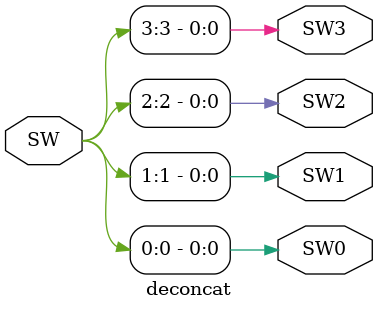
<source format=v>
`timescale 1ns / 1ps


module deconcat(
    
    input [3 : 0] SW,
    
    output SW0,
    output SW1,
    output SW2,
    output SW3
);

    assign SW0 = SW[0];
    assign SW1 = SW[1];
    assign SW2 = SW[2];
    assign SW3 = SW[3];
endmodule

</source>
